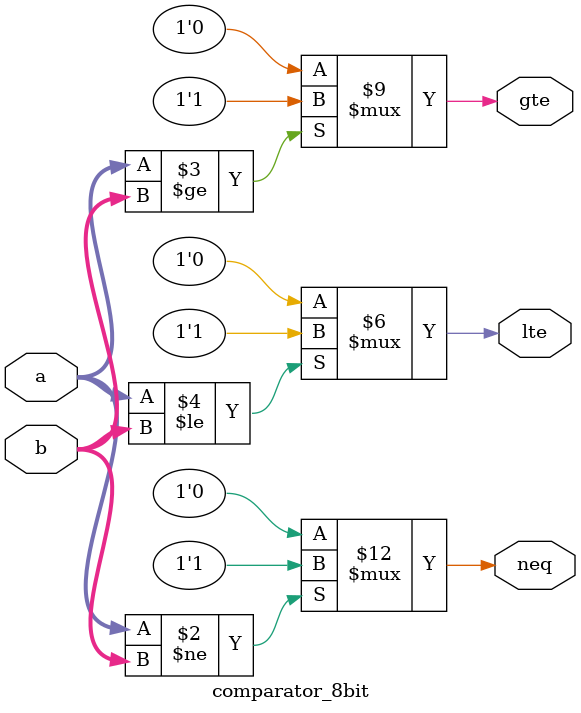
<source format=v>
`timescale 1ns / 1ps

module comparator_8bit (
    input wire [7:0] a,
    input wire [7:0] b,
    output reg neq,
    output reg gte,
    output reg lte
);

  always @(*) begin
    neq = 1'b0;
    gte = 1'b0;
    lte = 1'b0;

    if (a != b) neq = 1'b1;
    if (a >= b) gte = 1'b1;
    if (a <= b) lte = 1'b1;
  end

endmodule

</source>
